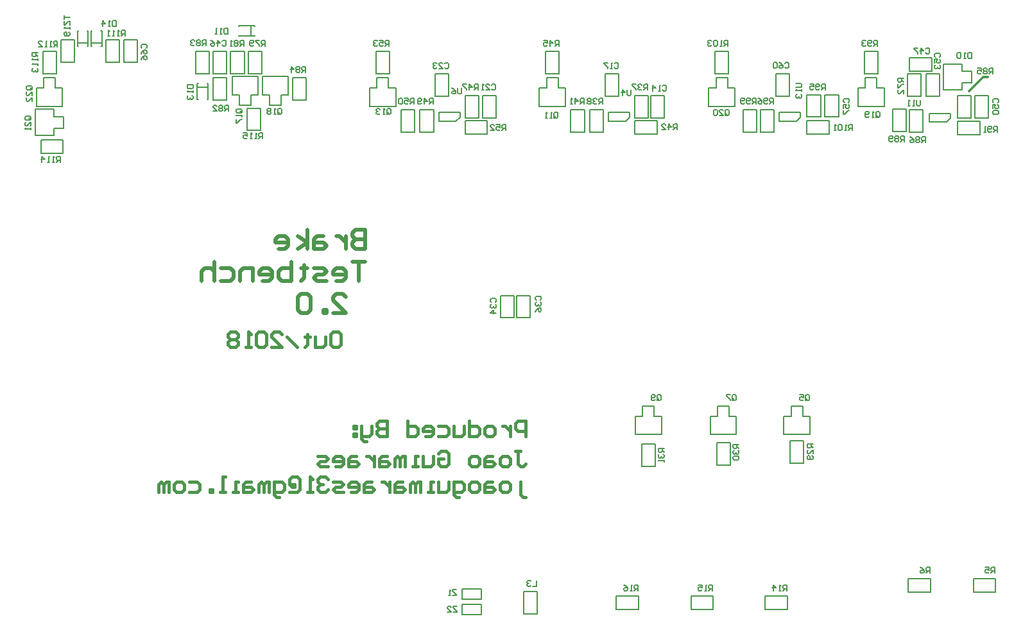
<source format=gbo>
G04 Layer_Color=32896*
%FSLAX44Y44*%
%MOMM*%
G71*
G01*
G75*
%ADD10C,0.3810*%
%ADD35C,0.3048*%
%ADD40C,0.5080*%
%ADD62C,0.1524*%
%ADD67C,0.1500*%
D10*
X413033Y456123D02*
X419804D01*
X423190Y452738D01*
Y439196D01*
X419804Y435810D01*
X413033D01*
X409648Y439196D01*
Y452738D01*
X413033Y456123D01*
X402877Y449352D02*
Y439196D01*
X399491Y435810D01*
X389334D01*
Y449352D01*
X379178Y452738D02*
Y449352D01*
X382563D01*
X375792D01*
X379178D01*
Y439196D01*
X375792Y435810D01*
X365635D02*
X352093Y449352D01*
X331780Y435810D02*
X345322D01*
X331780Y449352D01*
Y452738D01*
X335165Y456123D01*
X341936D01*
X345322Y452738D01*
X325009D02*
X321623Y456123D01*
X314852D01*
X311466Y452738D01*
Y439196D01*
X314852Y435810D01*
X321623D01*
X325009Y439196D01*
Y452738D01*
X304695Y435810D02*
X297924D01*
X301310D01*
Y456123D01*
X304695Y452738D01*
X287767D02*
X284382Y456123D01*
X277610D01*
X274225Y452738D01*
Y449352D01*
X277610Y445967D01*
X274225Y442581D01*
Y439196D01*
X277610Y435810D01*
X284382D01*
X287767Y439196D01*
Y442581D01*
X284382Y445967D01*
X287767Y449352D01*
Y452738D01*
X284382Y445967D02*
X277610D01*
X667190Y318143D02*
Y338456D01*
X657033D01*
X653648Y335070D01*
Y328299D01*
X657033Y324914D01*
X667190D01*
X646877Y331685D02*
Y318143D01*
Y324914D01*
X643491Y328299D01*
X640106Y331685D01*
X636720D01*
X623178Y318143D02*
X616406D01*
X613021Y321528D01*
Y328299D01*
X616406Y331685D01*
X623178D01*
X626563Y328299D01*
Y321528D01*
X623178Y318143D01*
X592707Y338456D02*
Y318143D01*
X602864D01*
X606250Y321528D01*
Y328299D01*
X602864Y331685D01*
X592707D01*
X585936D02*
Y321528D01*
X582551Y318143D01*
X572394D01*
Y331685D01*
X552081D02*
X562237D01*
X565623Y328299D01*
Y321528D01*
X562237Y318143D01*
X552081D01*
X535153D02*
X541924D01*
X545309Y321528D01*
Y328299D01*
X541924Y331685D01*
X535153D01*
X531767Y328299D01*
Y324914D01*
X545309D01*
X511454Y338456D02*
Y318143D01*
X521610D01*
X524996Y321528D01*
Y328299D01*
X521610Y331685D01*
X511454D01*
X484369Y338456D02*
Y318143D01*
X474212D01*
X470827Y321528D01*
Y324914D01*
X474212Y328299D01*
X484369D01*
X474212D01*
X470827Y331685D01*
Y335070D01*
X474212Y338456D01*
X484369D01*
X464056Y331685D02*
Y321528D01*
X460670Y318143D01*
X450513D01*
Y314757D01*
X453899Y311371D01*
X457285D01*
X450513Y318143D02*
Y331685D01*
X443742D02*
X440357D01*
Y328299D01*
X443742D01*
Y331685D01*
Y321528D02*
X440357D01*
Y318143D01*
X443742D01*
Y321528D01*
X653648Y298165D02*
X660419D01*
X657033D01*
Y281237D01*
X660419Y277851D01*
X663804D01*
X667190Y281237D01*
X643491Y277851D02*
X636720D01*
X633334Y281237D01*
Y288008D01*
X636720Y291394D01*
X643491D01*
X646877Y288008D01*
Y281237D01*
X643491Y277851D01*
X623178Y291394D02*
X616406D01*
X613021Y288008D01*
Y277851D01*
X623178D01*
X626563Y281237D01*
X623178Y284622D01*
X613021D01*
X602864Y277851D02*
X596093D01*
X592707Y281237D01*
Y288008D01*
X596093Y291394D01*
X602864D01*
X606250Y288008D01*
Y281237D01*
X602864Y277851D01*
X552081Y294779D02*
X555466Y298165D01*
X562237D01*
X565623Y294779D01*
Y281237D01*
X562237Y277851D01*
X555466D01*
X552081Y281237D01*
Y288008D01*
X558852D01*
X545309Y291394D02*
Y281237D01*
X541924Y277851D01*
X531767D01*
Y291394D01*
X524996Y277851D02*
X518225D01*
X521610D01*
Y291394D01*
X524996D01*
X508068Y277851D02*
Y291394D01*
X504683D01*
X501297Y288008D01*
Y277851D01*
Y288008D01*
X497911Y291394D01*
X494526Y288008D01*
Y277851D01*
X484369Y291394D02*
X477598D01*
X474212Y288008D01*
Y277851D01*
X484369D01*
X487755Y281237D01*
X484369Y284622D01*
X474212D01*
X467441Y291394D02*
Y277851D01*
Y284622D01*
X464056Y288008D01*
X460670Y291394D01*
X457285D01*
X443742D02*
X436971D01*
X433586Y288008D01*
Y277851D01*
X443742D01*
X447128Y281237D01*
X443742Y284622D01*
X433586D01*
X416658Y277851D02*
X423429D01*
X426814Y281237D01*
Y288008D01*
X423429Y291394D01*
X416658D01*
X413272Y288008D01*
Y284622D01*
X426814D01*
X406501Y277851D02*
X396344D01*
X392959Y281237D01*
X396344Y284622D01*
X403116D01*
X406501Y288008D01*
X403116Y291394D01*
X392959D01*
X667190Y237560D02*
X663804D01*
X660419Y240946D01*
Y257873D01*
X643491Y244331D02*
X636720D01*
X633334Y247717D01*
Y254488D01*
X636720Y257873D01*
X643491D01*
X646877Y254488D01*
Y247717D01*
X643491Y244331D01*
X623178Y257873D02*
X616406D01*
X613021Y254488D01*
Y244331D01*
X623178D01*
X626563Y247717D01*
X623178Y251102D01*
X613021D01*
X602864Y244331D02*
X596093D01*
X592707Y247717D01*
Y254488D01*
X596093Y257873D01*
X602864D01*
X606250Y254488D01*
Y247717D01*
X602864Y244331D01*
X579165Y237560D02*
X575780D01*
X572394Y240946D01*
Y257873D01*
X582551D01*
X585936Y254488D01*
Y247717D01*
X582551Y244331D01*
X572394D01*
X565623Y257873D02*
Y247717D01*
X562237Y244331D01*
X552081D01*
Y257873D01*
X545309Y244331D02*
X538538D01*
X541924D01*
Y257873D01*
X545309D01*
X528382Y244331D02*
Y257873D01*
X524996D01*
X521610Y254488D01*
Y244331D01*
Y254488D01*
X518225Y257873D01*
X514839Y254488D01*
Y244331D01*
X504683Y257873D02*
X497911D01*
X494526Y254488D01*
Y244331D01*
X504683D01*
X508068Y247717D01*
X504683Y251102D01*
X494526D01*
X487755Y257873D02*
Y244331D01*
Y251102D01*
X484369Y254488D01*
X480984Y257873D01*
X477598D01*
X464056D02*
X457285D01*
X453899Y254488D01*
Y244331D01*
X464056D01*
X467441Y247717D01*
X464056Y251102D01*
X453899D01*
X436971Y244331D02*
X443742D01*
X447128Y247717D01*
Y254488D01*
X443742Y257873D01*
X436971D01*
X433586Y254488D01*
Y251102D01*
X447128D01*
X426814Y244331D02*
X416658D01*
X413272Y247717D01*
X416658Y251102D01*
X423429D01*
X426814Y254488D01*
X423429Y257873D01*
X413272D01*
X406501Y261259D02*
X403116Y264645D01*
X396344D01*
X392959Y261259D01*
Y257873D01*
X396344Y254488D01*
X399730D01*
X396344D01*
X392959Y251102D01*
Y247717D01*
X396344Y244331D01*
X403116D01*
X406501Y247717D01*
X386188Y244331D02*
X379417D01*
X382802D01*
Y264645D01*
X386188Y261259D01*
X359103Y251102D02*
Y254488D01*
X362489D01*
Y251102D01*
X359103D01*
X355718Y254488D01*
Y261259D01*
X359103Y264645D01*
X365874D01*
X369260Y261259D01*
Y247717D01*
X365874Y244331D01*
X355718D01*
X342175Y237560D02*
X338790D01*
X335404Y240946D01*
Y257873D01*
X345561D01*
X348946Y254488D01*
Y247717D01*
X345561Y244331D01*
X335404D01*
X328633D02*
Y257873D01*
X325247D01*
X321862Y254488D01*
Y244331D01*
Y254488D01*
X318476Y257873D01*
X315091Y254488D01*
Y244331D01*
X304934Y257873D02*
X298163D01*
X294777Y254488D01*
Y244331D01*
X304934D01*
X308320Y247717D01*
X304934Y251102D01*
X294777D01*
X288006Y244331D02*
X281235D01*
X284621D01*
Y257873D01*
X288006D01*
X271078Y244331D02*
X264307D01*
X267693D01*
Y264645D01*
X271078D01*
X254150Y244331D02*
Y247717D01*
X250765D01*
Y244331D01*
X254150D01*
X223680Y257873D02*
X233837D01*
X237223Y254488D01*
Y247717D01*
X233837Y244331D01*
X223680D01*
X213524D02*
X206752D01*
X203367Y247717D01*
Y254488D01*
X206752Y257873D01*
X213524D01*
X216909Y254488D01*
Y247717D01*
X213524Y244331D01*
X196596D02*
Y257873D01*
X193210D01*
X189825Y254488D01*
Y244331D01*
Y254488D01*
X186439Y257873D01*
X183053Y254488D01*
Y244331D01*
D35*
X1252000Y773500D02*
X1270750Y792250D01*
X1276750D01*
D40*
X455170Y591046D02*
Y565654D01*
X442474D01*
X438242Y569886D01*
Y574118D01*
X442474Y578350D01*
X455170D01*
X442474D01*
X438242Y582582D01*
Y586814D01*
X442474Y591046D01*
X455170D01*
X429778Y582582D02*
Y565654D01*
Y574118D01*
X425546Y578350D01*
X421314Y582582D01*
X417082D01*
X400154D02*
X391690D01*
X387458Y578350D01*
Y565654D01*
X400154D01*
X404386Y569886D01*
X400154Y574118D01*
X387458D01*
X378995Y565654D02*
Y591046D01*
Y574118D02*
X366299Y582582D01*
X378995Y574118D02*
X366299Y565654D01*
X340907D02*
X349371D01*
X353603Y569886D01*
Y578350D01*
X349371Y582582D01*
X340907D01*
X336675Y578350D01*
Y574118D01*
X353603D01*
X455170Y548384D02*
X438242D01*
X446706D01*
Y522992D01*
X417082D02*
X425546D01*
X429778Y527224D01*
Y535688D01*
X425546Y539920D01*
X417082D01*
X412850Y535688D01*
Y531456D01*
X429778D01*
X404386Y522992D02*
X391690D01*
X387458Y527224D01*
X391690Y531456D01*
X400154D01*
X404386Y535688D01*
X400154Y539920D01*
X387458D01*
X374763Y544152D02*
Y539920D01*
X378995D01*
X370531D01*
X374763D01*
Y527224D01*
X370531Y522992D01*
X357835Y548384D02*
Y522992D01*
X345139D01*
X340907Y527224D01*
Y531456D01*
Y535688D01*
X345139Y539920D01*
X357835D01*
X319747Y522992D02*
X328211D01*
X332443Y527224D01*
Y535688D01*
X328211Y539920D01*
X319747D01*
X315515Y535688D01*
Y531456D01*
X332443D01*
X307051Y522992D02*
Y539920D01*
X294355D01*
X290123Y535688D01*
Y522992D01*
X264732Y539920D02*
X277427D01*
X281659Y535688D01*
Y527224D01*
X277427Y522992D01*
X264732D01*
X256268Y548384D02*
Y522992D01*
Y535688D01*
X252036Y539920D01*
X243572D01*
X239340Y535688D01*
Y522992D01*
X412850Y480330D02*
X429778D01*
X412850Y497258D01*
Y501490D01*
X417082Y505722D01*
X425546D01*
X429778Y501490D01*
X404386Y480330D02*
Y484562D01*
X400154D01*
Y480330D01*
X404386D01*
X383227Y501490D02*
X378995Y505722D01*
X370531D01*
X366299Y501490D01*
Y484562D01*
X370531Y480330D01*
X378995D01*
X383227Y484562D01*
Y501490D01*
D62*
X309500Y858984D02*
X309500Y860000D01*
Y846000D02*
Y847016D01*
X304850Y846000D02*
Y860000D01*
X288500Y846000D02*
Y846944D01*
Y860000D02*
X309500D01*
X288500Y859056D02*
Y860000D01*
Y846000D02*
X309500D01*
X27591Y691050D02*
X57031D01*
Y708950D01*
X27591D02*
X57031D01*
X27591Y691050D02*
Y708950D01*
X20204Y714888D02*
X44588D01*
Y724540D01*
X57796D01*
Y739780D01*
X44588D02*
X57796D01*
X44588D02*
Y749432D01*
X20204D02*
X44588D01*
X20204Y714888D02*
Y749432D01*
X56272Y753393D02*
Y777777D01*
X46620D02*
X56272D01*
X46620D02*
Y790985D01*
X31380D02*
X46620D01*
X31380Y777777D02*
Y790985D01*
X21728Y777777D02*
X31380D01*
X21728Y753393D02*
Y777777D01*
Y753393D02*
X56272D01*
X30050Y796280D02*
Y825720D01*
Y796280D02*
X47950D01*
Y825720D01*
X30050D02*
X47950D01*
X71950Y811780D02*
Y841220D01*
X54050D02*
X71950D01*
X54050Y811780D02*
Y841220D01*
Y811780D02*
X71950D01*
X106984Y832500D02*
X108000Y832500D01*
X94000D02*
X95016D01*
X94000Y853500D02*
X94944D01*
X107056D02*
X108000D01*
X94000Y837150D02*
X108000D01*
Y832500D02*
Y853500D01*
X94000Y832500D02*
Y853500D01*
X130950Y811780D02*
Y841220D01*
X113050D02*
X130950D01*
X113050Y811780D02*
Y841220D01*
Y811780D02*
X130950D01*
X137050D02*
Y841220D01*
Y811780D02*
X154950D01*
Y841220D01*
X137050D02*
X154950D01*
X234000Y783360D02*
X235016Y783360D01*
X246984Y783360D02*
X248000D01*
X247056Y762360D02*
X248000D01*
X234000D02*
X234944D01*
X234000Y778710D02*
X248000D01*
X234000Y762360D02*
Y783360D01*
X248000Y762360D02*
Y783360D01*
X272950Y761640D02*
Y791080D01*
X255050D02*
X272950D01*
X255050Y761640D02*
Y791080D01*
Y761640D02*
X272950D01*
X232050Y796280D02*
Y825720D01*
Y796280D02*
X249950D01*
Y825720D01*
X232050D02*
X249950D01*
X318950Y796280D02*
Y825720D01*
X301050D02*
X318950D01*
X301050Y796280D02*
Y825720D01*
Y796280D02*
X318950D01*
X319728Y768223D02*
Y792607D01*
Y768223D02*
X329380D01*
Y755015D02*
Y768223D01*
Y755015D02*
X344620D01*
Y768223D01*
X354272D01*
Y792607D01*
X319728D02*
X354272D01*
X279888Y768223D02*
Y792607D01*
Y768223D02*
X289540D01*
Y755015D02*
Y768223D01*
Y755015D02*
X304780D01*
Y768223D01*
X314432D01*
Y792607D01*
X279888D02*
X314432D01*
X495822Y753393D02*
Y777777D01*
X486170D02*
X495822D01*
X486170D02*
Y790985D01*
X470930D02*
X486170D01*
X470930Y777777D02*
Y790985D01*
X461278Y777777D02*
X470930D01*
X461278Y753393D02*
Y777777D01*
Y753393D02*
X495822D01*
X587280Y717050D02*
X616720D01*
Y734950D01*
X587280D02*
X616720D01*
X587280Y717050D02*
Y734950D01*
X719822Y753393D02*
Y777777D01*
X710170D02*
X719822D01*
X710170D02*
Y790985D01*
X694930D02*
X710170D01*
X694930Y777777D02*
Y790985D01*
X685278Y777777D02*
X694930D01*
X685278Y753393D02*
Y777777D01*
Y753393D02*
X719822D01*
X811030Y717050D02*
X840470D01*
Y734950D01*
X811030D02*
X840470D01*
X811030Y717050D02*
Y734950D01*
X849950Y738280D02*
Y767720D01*
X832050D02*
X849950D01*
X832050Y738280D02*
Y767720D01*
Y738280D02*
X849950D01*
X943272Y753393D02*
Y777777D01*
X933620D02*
X943272D01*
X933620D02*
Y790985D01*
X918380D02*
X933620D01*
X918380Y777777D02*
Y790985D01*
X908728Y777777D02*
X918380D01*
X908728Y753393D02*
Y777777D01*
Y753393D02*
X943272D01*
X1038300Y739280D02*
Y768720D01*
Y739280D02*
X1056200D01*
Y768720D01*
X1038300D02*
X1056200D01*
X1038280Y717050D02*
X1067720D01*
Y734950D01*
X1038280D02*
X1067720D01*
X1038280Y717050D02*
Y734950D01*
X1079950Y739280D02*
Y768720D01*
X1062050D02*
X1079950D01*
X1062050Y739280D02*
Y768720D01*
Y739280D02*
X1079950D01*
X1140272Y753393D02*
Y777777D01*
X1130620D02*
X1140272D01*
X1130620D02*
Y790985D01*
X1115380D02*
X1130620D01*
X1115380Y777777D02*
Y790985D01*
X1105728Y777777D02*
X1115380D01*
X1105728Y753393D02*
Y777777D01*
Y753393D02*
X1140272D01*
X1277950Y737780D02*
Y767220D01*
X1260050D02*
X1277950D01*
X1260050Y737780D02*
Y767220D01*
Y737780D02*
X1277950D01*
X1237050D02*
Y767220D01*
Y737780D02*
X1254950D01*
Y767220D01*
X1237050D02*
X1254950D01*
X1173280Y800050D02*
X1202720D01*
Y817950D01*
X1173280D02*
X1202720D01*
X1173280Y800050D02*
Y817950D01*
X1195050Y766780D02*
Y796220D01*
Y766780D02*
X1212950D01*
Y796220D01*
X1195050D02*
X1212950D01*
X1188950Y766780D02*
Y796220D01*
X1171050D02*
X1188950D01*
X1171050Y766780D02*
Y796220D01*
Y766780D02*
X1188950D01*
X1151050Y720280D02*
Y749720D01*
Y720280D02*
X1168950D01*
Y749720D01*
X1151050D02*
X1168950D01*
X1173050Y719780D02*
Y749220D01*
Y719780D02*
X1190950D01*
Y749220D01*
X1173050D02*
X1190950D01*
X1237030Y716018D02*
X1266470D01*
Y733918D01*
X1237030D02*
X1266470D01*
X1237030Y716018D02*
Y733918D01*
X608870Y102920D02*
Y116120D01*
X583130D02*
X608870D01*
X583130Y102920D02*
Y116120D01*
Y102920D02*
X608870D01*
X608870Y82920D02*
Y96120D01*
X583130D02*
X608870D01*
X583130Y82920D02*
Y96120D01*
Y82920D02*
X608870D01*
X634050Y474280D02*
Y503720D01*
Y474280D02*
X651950D01*
Y503720D01*
X634050D02*
X651950D01*
X672950Y474280D02*
Y503720D01*
X655050D02*
X672950D01*
X655050Y474280D02*
Y503720D01*
Y474280D02*
X672950D01*
X837950Y278280D02*
Y307720D01*
X820050D02*
X837950D01*
X820050Y278280D02*
Y307720D01*
Y278280D02*
X837950D01*
X1033950Y282280D02*
Y311720D01*
X1016050D02*
X1033950D01*
X1016050Y282280D02*
Y311720D01*
Y282280D02*
X1033950D01*
X936950Y280280D02*
Y309720D01*
X919050D02*
X936950D01*
X919050Y280280D02*
Y309720D01*
Y280280D02*
X936950D01*
X1171780Y112050D02*
X1201220D01*
Y129950D01*
X1171780D02*
X1201220D01*
X1171780Y112050D02*
Y129950D01*
X1257780Y112050D02*
X1287220D01*
Y129950D01*
X1257780D02*
X1287220D01*
X1257780Y112050D02*
Y129950D01*
X664550Y83300D02*
Y112740D01*
Y83300D02*
X682450D01*
Y112740D01*
X664550D02*
X682450D01*
X954050Y719780D02*
Y749220D01*
Y719780D02*
X971950D01*
Y749220D01*
X954050D02*
X971950D01*
X917050Y796280D02*
Y825720D01*
Y796280D02*
X934950D01*
Y825720D01*
X917050D02*
X934950D01*
X997050Y766780D02*
Y796220D01*
Y766780D02*
X1014950D01*
Y796220D01*
X997050D02*
X1014950D01*
X977050Y719780D02*
Y749220D01*
Y719780D02*
X994950D01*
Y749220D01*
X977050D02*
X994950D01*
X1114050Y796280D02*
Y825720D01*
Y796280D02*
X1131950D01*
Y825720D01*
X1114050D02*
X1131950D01*
X360050Y761640D02*
Y791080D01*
Y761640D02*
X377950D01*
Y791080D01*
X360050D02*
X377950D01*
X255050Y796280D02*
Y825720D01*
Y796280D02*
X272950D01*
Y825720D01*
X255050D02*
X272950D01*
X295950Y796280D02*
Y825720D01*
X278050D02*
X295950D01*
X278050Y796280D02*
Y825720D01*
Y796280D02*
X295950D01*
X726780Y719780D02*
Y749220D01*
Y719780D02*
X744680D01*
Y749220D01*
X726780D02*
X744680D01*
X527865Y719780D02*
Y749220D01*
Y719780D02*
X545765D01*
Y749220D01*
X527865D02*
X545765D01*
X693600Y796280D02*
Y825720D01*
Y796280D02*
X711500D01*
Y825720D01*
X693600D02*
X711500D01*
X751865Y719780D02*
Y749220D01*
Y719780D02*
X769765D01*
Y749220D01*
X751865D02*
X769765D01*
X811050Y738280D02*
Y767720D01*
Y738280D02*
X828950D01*
Y767720D01*
X811050D02*
X828950D01*
X469600Y796280D02*
Y825720D01*
Y796280D02*
X487500D01*
Y825720D01*
X469600D02*
X487500D01*
X502780Y719780D02*
Y749220D01*
Y719780D02*
X520680D01*
Y749220D01*
X502780D02*
X520680D01*
X627950Y738280D02*
Y767720D01*
X610050D02*
X627950D01*
X610050Y738280D02*
Y767720D01*
Y738280D02*
X627950D01*
X772050Y766780D02*
Y796220D01*
Y766780D02*
X789950D01*
Y796220D01*
X772050D02*
X789950D01*
X548050Y766780D02*
Y796220D01*
Y766780D02*
X565950D01*
Y796220D01*
X548050D02*
X565950D01*
X587300Y738280D02*
Y767720D01*
Y738280D02*
X605200D01*
Y767720D01*
X587300D02*
X605200D01*
X1218253Y774888D02*
X1242637D01*
Y784540D01*
X1255845D01*
Y799780D01*
X1242637D02*
X1255845D01*
X1242637D02*
Y809432D01*
X1218253D02*
X1242637D01*
X1218253Y774888D02*
Y809432D01*
X786780Y106950D02*
X816220D01*
X786780Y89050D02*
Y106950D01*
Y89050D02*
X816220D01*
Y106950D01*
X885280D02*
X914720D01*
X885280Y89050D02*
Y106950D01*
Y89050D02*
X914720D01*
Y106950D01*
X982780D02*
X1012220D01*
X982780Y89050D02*
Y106950D01*
Y89050D02*
X1012220D01*
Y106950D01*
X1042272Y320253D02*
Y344637D01*
X1032620D02*
X1042272D01*
X1032620D02*
Y357845D01*
X1017380D02*
X1032620D01*
X1017380Y344637D02*
Y357845D01*
X1007728Y344637D02*
X1017380D01*
X1007728Y320253D02*
Y344637D01*
Y320253D02*
X1042272D01*
X846272D02*
Y344637D01*
X836620D02*
X846272D01*
X836620D02*
Y357845D01*
X821380D02*
X836620D01*
X821380Y344637D02*
Y357845D01*
X811728Y344637D02*
X821380D01*
X811728Y320253D02*
Y344637D01*
Y320253D02*
X846272D01*
X945272D02*
Y344637D01*
X935620D02*
X945272D01*
X935620D02*
Y357845D01*
X920380D02*
X935620D01*
X920380Y344637D02*
Y357845D01*
X910728Y344637D02*
X920380D01*
X910728Y320253D02*
Y344637D01*
Y320253D02*
X945272D01*
X76000Y832500D02*
Y853500D01*
X90000Y832500D02*
Y853500D01*
X76000Y837150D02*
X90000D01*
X89056Y853500D02*
X90000D01*
X76000D02*
X76944D01*
X76000Y832500D02*
X77016D01*
X88984Y832500D02*
X90000Y832500D01*
X317200Y721530D02*
Y750970D01*
X299300D02*
X317200D01*
X299300Y721530D02*
Y750970D01*
Y721530D02*
X317200D01*
X576250Y93387D02*
X571172D01*
Y92118D01*
X576250Y87040D01*
Y85770D01*
X571172D01*
X563554D02*
X568633D01*
X563554Y90848D01*
Y92118D01*
X564824Y93387D01*
X567363D01*
X568633Y92118D01*
X575750Y115638D02*
X570672D01*
Y114368D01*
X575750Y109290D01*
Y108020D01*
X570672D01*
X568133D02*
X565593D01*
X566863D01*
Y115638D01*
X568133Y114368D01*
X1023633Y783500D02*
X1029980D01*
X1031250Y782230D01*
Y779691D01*
X1029980Y778422D01*
X1023633D01*
X1031250Y775882D02*
Y773343D01*
Y774613D01*
X1023633D01*
X1024902Y775882D01*
Y769535D02*
X1023633Y768265D01*
Y765726D01*
X1024902Y764456D01*
X1026172D01*
X1027441Y765726D01*
Y766995D01*
Y765726D01*
X1028711Y764456D01*
X1029980D01*
X1031250Y765726D01*
Y768265D01*
X1029980Y769535D01*
X1188000Y762117D02*
Y755770D01*
X1186730Y754500D01*
X1184191D01*
X1182922Y755770D01*
Y762117D01*
X1180383Y754500D02*
X1177843D01*
X1179113D01*
Y762117D01*
X1180383Y760848D01*
X1174035Y754500D02*
X1171495D01*
X1172765D01*
Y762117D01*
X1174035Y760848D01*
X582500Y777617D02*
Y771270D01*
X581230Y770000D01*
X578691D01*
X577422Y771270D01*
Y777617D01*
X569804D02*
X572343Y776348D01*
X574883Y773809D01*
Y771270D01*
X573613Y770000D01*
X571074D01*
X569804Y771270D01*
Y772539D01*
X571074Y773809D01*
X574883D01*
X806250Y775368D02*
Y769020D01*
X804980Y767750D01*
X802441D01*
X801172Y769020D01*
Y775368D01*
X794824Y767750D02*
Y775368D01*
X798633Y771559D01*
X793554D01*
X53250Y679750D02*
Y687367D01*
X49441D01*
X48172Y686098D01*
Y683559D01*
X49441Y682289D01*
X53250D01*
X50711D02*
X48172Y679750D01*
X45633D02*
X43093D01*
X44363D01*
Y687367D01*
X45633Y686098D01*
X39285Y679750D02*
X36745D01*
X38015D01*
Y687367D01*
X39285Y686098D01*
X29128Y679750D02*
Y687367D01*
X32937Y683559D01*
X27858D01*
X24000Y824000D02*
X16382D01*
Y820191D01*
X17652Y818922D01*
X20191D01*
X21461Y820191D01*
Y824000D01*
Y821461D02*
X24000Y818922D01*
Y816383D02*
Y813843D01*
Y815113D01*
X16382D01*
X17652Y816383D01*
X24000Y810034D02*
Y807495D01*
Y808765D01*
X16382D01*
X17652Y810034D01*
Y803687D02*
X16382Y802417D01*
Y799878D01*
X17652Y798608D01*
X18922D01*
X20191Y799878D01*
Y801147D01*
Y799878D01*
X21461Y798608D01*
X22730D01*
X24000Y799878D01*
Y802417D01*
X22730Y803687D01*
X49500Y832000D02*
Y839617D01*
X45691D01*
X44422Y838348D01*
Y835809D01*
X45691Y834539D01*
X49500D01*
X46961D02*
X44422Y832000D01*
X41883D02*
X39343D01*
X40613D01*
Y839617D01*
X41883Y838348D01*
X35535Y832000D02*
X32995D01*
X34265D01*
Y839617D01*
X35535Y838348D01*
X24108Y832000D02*
X29187D01*
X24108Y837078D01*
Y838348D01*
X25378Y839617D01*
X27917D01*
X29187Y838348D01*
X138500Y846000D02*
Y853617D01*
X134691D01*
X133422Y852348D01*
Y849809D01*
X134691Y848539D01*
X138500D01*
X135961D02*
X133422Y846000D01*
X130883D02*
X128343D01*
X129613D01*
Y853617D01*
X130883Y852348D01*
X124535Y846000D02*
X121995D01*
X123265D01*
Y853617D01*
X124535Y852348D01*
X118187Y846000D02*
X115647D01*
X116917D01*
Y853617D01*
X118187Y852348D01*
X934192Y833080D02*
Y840698D01*
X930383D01*
X929114Y839428D01*
Y836889D01*
X930383Y835619D01*
X934192D01*
X931653D02*
X929114Y833080D01*
X926574D02*
X924035D01*
X925305D01*
Y840698D01*
X926574Y839428D01*
X920227D02*
X918957Y840698D01*
X916418D01*
X915148Y839428D01*
Y834350D01*
X916418Y833080D01*
X918957D01*
X920227Y834350D01*
Y839428D01*
X912609D02*
X911339Y840698D01*
X908800D01*
X907531Y839428D01*
Y838158D01*
X908800Y836889D01*
X910070D01*
X908800D01*
X907531Y835619D01*
Y834350D01*
X908800Y833080D01*
X911339D01*
X912609Y834350D01*
X1098250Y721500D02*
Y729118D01*
X1094441D01*
X1093172Y727848D01*
Y725309D01*
X1094441Y724039D01*
X1098250D01*
X1095711D02*
X1093172Y721500D01*
X1090632D02*
X1088093D01*
X1089363D01*
Y729118D01*
X1090632Y727848D01*
X1084285D02*
X1083015Y729118D01*
X1080476D01*
X1079206Y727848D01*
Y722770D01*
X1080476Y721500D01*
X1083015D01*
X1084285Y722770D01*
Y727848D01*
X1076667Y721500D02*
X1074128D01*
X1075397D01*
Y729118D01*
X1076667Y727848D01*
X971150Y756670D02*
Y764287D01*
X967341D01*
X966072Y763018D01*
Y760479D01*
X967341Y759209D01*
X971150D01*
X968611D02*
X966072Y756670D01*
X963532Y757940D02*
X962263Y756670D01*
X959724D01*
X958454Y757940D01*
Y763018D01*
X959724Y764287D01*
X962263D01*
X963532Y763018D01*
Y761748D01*
X962263Y760479D01*
X958454D01*
X955915Y757940D02*
X954645Y756670D01*
X952106D01*
X950837Y757940D01*
Y763018D01*
X952106Y764287D01*
X954645D01*
X955915Y763018D01*
Y761748D01*
X954645Y760479D01*
X950837D01*
X994284Y756670D02*
Y764287D01*
X990475D01*
X989206Y763018D01*
Y760479D01*
X990475Y759209D01*
X994284D01*
X991745D02*
X989206Y756670D01*
X986666Y757940D02*
X985397Y756670D01*
X982858D01*
X981588Y757940D01*
Y763018D01*
X982858Y764287D01*
X985397D01*
X986666Y763018D01*
Y761748D01*
X985397Y760479D01*
X981588D01*
X973971Y764287D02*
X976510Y763018D01*
X979049Y760479D01*
Y757940D01*
X977779Y756670D01*
X975240D01*
X973971Y757940D01*
Y759209D01*
X975240Y760479D01*
X979049D01*
X1062250Y775250D02*
Y782868D01*
X1058441D01*
X1057172Y781598D01*
Y779059D01*
X1058441Y777789D01*
X1062250D01*
X1059711D02*
X1057172Y775250D01*
X1054632Y776520D02*
X1053363Y775250D01*
X1050824D01*
X1049554Y776520D01*
Y781598D01*
X1050824Y782868D01*
X1053363D01*
X1054632Y781598D01*
Y780328D01*
X1053363Y779059D01*
X1049554D01*
X1041937Y782868D02*
X1047015D01*
Y779059D01*
X1044476Y780328D01*
X1043206D01*
X1041937Y779059D01*
Y776520D01*
X1043206Y775250D01*
X1045745D01*
X1047015Y776520D01*
X1131222Y833000D02*
Y840618D01*
X1127413D01*
X1126144Y839348D01*
Y836809D01*
X1127413Y835539D01*
X1131222D01*
X1128683D02*
X1126144Y833000D01*
X1123605Y834270D02*
X1122335Y833000D01*
X1119796D01*
X1118526Y834270D01*
Y839348D01*
X1119796Y840618D01*
X1122335D01*
X1123605Y839348D01*
Y838078D01*
X1122335Y836809D01*
X1118526D01*
X1115987Y839348D02*
X1114717Y840618D01*
X1112178D01*
X1110909Y839348D01*
Y838078D01*
X1112178Y836809D01*
X1113448D01*
X1112178D01*
X1110909Y835539D01*
Y834270D01*
X1112178Y833000D01*
X1114717D01*
X1115987Y834270D01*
X1289500Y719750D02*
Y727367D01*
X1285691D01*
X1284422Y726098D01*
Y723559D01*
X1285691Y722289D01*
X1289500D01*
X1286961D02*
X1284422Y719750D01*
X1281882Y721020D02*
X1280613Y719750D01*
X1278074D01*
X1276804Y721020D01*
Y726098D01*
X1278074Y727367D01*
X1280613D01*
X1281882Y726098D01*
Y724828D01*
X1280613Y723559D01*
X1276804D01*
X1274265Y719750D02*
X1271726D01*
X1272995D01*
Y727367D01*
X1274265Y726098D01*
X1166750Y707000D02*
Y714617D01*
X1162941D01*
X1161672Y713348D01*
Y710809D01*
X1162941Y709539D01*
X1166750D01*
X1164211D02*
X1161672Y707000D01*
X1159133Y713348D02*
X1157863Y714617D01*
X1155324D01*
X1154054Y713348D01*
Y712078D01*
X1155324Y710809D01*
X1154054Y709539D01*
Y708270D01*
X1155324Y707000D01*
X1157863D01*
X1159133Y708270D01*
Y709539D01*
X1157863Y710809D01*
X1159133Y712078D01*
Y713348D01*
X1157863Y710809D02*
X1155324D01*
X1151515Y708270D02*
X1150245Y707000D01*
X1147706D01*
X1146437Y708270D01*
Y713348D01*
X1147706Y714617D01*
X1150245D01*
X1151515Y713348D01*
Y712078D01*
X1150245Y710809D01*
X1146437D01*
X1194500Y705750D02*
Y713367D01*
X1190691D01*
X1189422Y712098D01*
Y709559D01*
X1190691Y708289D01*
X1194500D01*
X1191961D02*
X1189422Y705750D01*
X1186882Y712098D02*
X1185613Y713367D01*
X1183074D01*
X1181804Y712098D01*
Y710828D01*
X1183074Y709559D01*
X1181804Y708289D01*
Y707020D01*
X1183074Y705750D01*
X1185613D01*
X1186882Y707020D01*
Y708289D01*
X1185613Y709559D01*
X1186882Y710828D01*
Y712098D01*
X1185613Y709559D02*
X1183074D01*
X1174187Y713367D02*
X1176726Y712098D01*
X1179265Y709559D01*
Y707020D01*
X1177995Y705750D01*
X1175456D01*
X1174187Y707020D01*
Y708289D01*
X1175456Y709559D01*
X1179265D01*
X1283750Y796000D02*
Y803617D01*
X1279941D01*
X1278672Y802348D01*
Y799809D01*
X1279941Y798539D01*
X1283750D01*
X1281211D02*
X1278672Y796000D01*
X1276133Y802348D02*
X1274863Y803617D01*
X1272324D01*
X1271054Y802348D01*
Y801078D01*
X1272324Y799809D01*
X1271054Y798539D01*
Y797270D01*
X1272324Y796000D01*
X1274863D01*
X1276133Y797270D01*
Y798539D01*
X1274863Y799809D01*
X1276133Y801078D01*
Y802348D01*
X1274863Y799809D02*
X1272324D01*
X1263437Y803617D02*
X1268515D01*
Y799809D01*
X1265976Y801078D01*
X1264706D01*
X1263437Y799809D01*
Y797270D01*
X1264706Y796000D01*
X1267245D01*
X1268515Y797270D01*
X377134Y798530D02*
Y806148D01*
X373325D01*
X372056Y804878D01*
Y802339D01*
X373325Y801069D01*
X377134D01*
X374595D02*
X372056Y798530D01*
X369516Y804878D02*
X368247Y806148D01*
X365708D01*
X364438Y804878D01*
Y803608D01*
X365708Y802339D01*
X364438Y801069D01*
Y799800D01*
X365708Y798530D01*
X368247D01*
X369516Y799800D01*
Y801069D01*
X368247Y802339D01*
X369516Y803608D01*
Y804878D01*
X368247Y802339D02*
X365708D01*
X358090Y798530D02*
Y806148D01*
X361899Y802339D01*
X356821D01*
X245750Y833500D02*
Y841117D01*
X241941D01*
X240672Y839848D01*
Y837309D01*
X241941Y836039D01*
X245750D01*
X243211D02*
X240672Y833500D01*
X238132Y839848D02*
X236863Y841117D01*
X234324D01*
X233054Y839848D01*
Y838578D01*
X234324Y837309D01*
X233054Y836039D01*
Y834770D01*
X234324Y833500D01*
X236863D01*
X238132Y834770D01*
Y836039D01*
X236863Y837309D01*
X238132Y838578D01*
Y839848D01*
X236863Y837309D02*
X234324D01*
X230515Y839848D02*
X229245Y841117D01*
X226706D01*
X225437Y839848D01*
Y838578D01*
X226706Y837309D01*
X227976D01*
X226706D01*
X225437Y836039D01*
Y834770D01*
X226706Y833500D01*
X229245D01*
X230515Y834770D01*
X275000Y747250D02*
Y754867D01*
X271191D01*
X269922Y753598D01*
Y751059D01*
X271191Y749789D01*
X275000D01*
X272461D02*
X269922Y747250D01*
X267383Y753598D02*
X266113Y754867D01*
X263574D01*
X262304Y753598D01*
Y752328D01*
X263574Y751059D01*
X262304Y749789D01*
Y748520D01*
X263574Y747250D01*
X266113D01*
X267383Y748520D01*
Y749789D01*
X266113Y751059D01*
X267383Y752328D01*
Y753598D01*
X266113Y751059D02*
X263574D01*
X254687Y747250D02*
X259765D01*
X254687Y752328D01*
Y753598D01*
X255956Y754867D01*
X258495D01*
X259765Y753598D01*
X295072Y833048D02*
Y840666D01*
X291263D01*
X289994Y839396D01*
Y836857D01*
X291263Y835587D01*
X295072D01*
X292533D02*
X289994Y833048D01*
X287454Y839396D02*
X286185Y840666D01*
X283646D01*
X282376Y839396D01*
Y838126D01*
X283646Y836857D01*
X282376Y835587D01*
Y834318D01*
X283646Y833048D01*
X286185D01*
X287454Y834318D01*
Y835587D01*
X286185Y836857D01*
X287454Y838126D01*
Y839396D01*
X286185Y836857D02*
X283646D01*
X279837Y833048D02*
X277298D01*
X278567D01*
Y840666D01*
X279837Y839396D01*
X323750Y833000D02*
Y840618D01*
X319941D01*
X318672Y839348D01*
Y836809D01*
X319941Y835539D01*
X323750D01*
X321211D02*
X318672Y833000D01*
X316133Y840618D02*
X311054D01*
Y839348D01*
X316133Y834270D01*
Y833000D01*
X308515Y834270D02*
X307245Y833000D01*
X304706D01*
X303437Y834270D01*
Y839348D01*
X304706Y840618D01*
X307245D01*
X308515Y839348D01*
Y838078D01*
X307245Y836809D01*
X303437D01*
X1165500Y790750D02*
X1157883D01*
Y786941D01*
X1159152Y785672D01*
X1161691D01*
X1162961Y786941D01*
Y790750D01*
Y788211D02*
X1165500Y785672D01*
X1157883Y783132D02*
Y778054D01*
X1159152D01*
X1164230Y783132D01*
X1165500D01*
Y770437D02*
Y775515D01*
X1160422Y770437D01*
X1159152D01*
X1157883Y771706D01*
Y774245D01*
X1159152Y775515D01*
X486824Y833142D02*
Y840760D01*
X483015D01*
X481746Y839490D01*
Y836951D01*
X483015Y835681D01*
X486824D01*
X484285D02*
X481746Y833142D01*
X474128Y840760D02*
X479207D01*
Y836951D01*
X476667Y838220D01*
X475398D01*
X474128Y836951D01*
Y834412D01*
X475398Y833142D01*
X477937D01*
X479207Y834412D01*
X471589Y839490D02*
X470319Y840760D01*
X467780D01*
X466511Y839490D01*
Y838220D01*
X467780Y836951D01*
X469050D01*
X467780D01*
X466511Y835681D01*
Y834412D01*
X467780Y833142D01*
X470319D01*
X471589Y834412D01*
X641000Y721500D02*
Y729118D01*
X637191D01*
X635922Y727848D01*
Y725309D01*
X637191Y724039D01*
X641000D01*
X638461D02*
X635922Y721500D01*
X628304Y729118D02*
X633382D01*
Y725309D01*
X630843Y726578D01*
X629574D01*
X628304Y725309D01*
Y722770D01*
X629574Y721500D01*
X632113D01*
X633382Y722770D01*
X620687Y721500D02*
X625765D01*
X620687Y726578D01*
Y727848D01*
X621956Y729118D01*
X624495D01*
X625765Y727848D01*
X519924Y756598D02*
Y764216D01*
X516115D01*
X514846Y762946D01*
Y760407D01*
X516115Y759137D01*
X519924D01*
X517385D02*
X514846Y756598D01*
X507228Y764216D02*
X512307D01*
Y760407D01*
X509767Y761676D01*
X508498D01*
X507228Y760407D01*
Y757868D01*
X508498Y756598D01*
X511037D01*
X512307Y757868D01*
X504689Y762946D02*
X503419Y764216D01*
X500880D01*
X499611Y762946D01*
Y757868D01*
X500880Y756598D01*
X503419D01*
X504689Y757868D01*
Y762946D01*
X545129Y756598D02*
Y764216D01*
X541320D01*
X540051Y762946D01*
Y760407D01*
X541320Y759137D01*
X545129D01*
X542590D02*
X540051Y756598D01*
X533703D02*
Y764216D01*
X537512Y760407D01*
X532433D01*
X529894Y757868D02*
X528624Y756598D01*
X526085D01*
X524816Y757868D01*
Y762946D01*
X526085Y764216D01*
X528624D01*
X529894Y762946D01*
Y761676D01*
X528624Y760407D01*
X524816D01*
X604416Y775098D02*
Y782716D01*
X600607D01*
X599338Y781446D01*
Y778907D01*
X600607Y777637D01*
X604416D01*
X601877D02*
X599338Y775098D01*
X592990D02*
Y782716D01*
X596799Y778907D01*
X591720D01*
X589181Y782716D02*
X584103D01*
Y781446D01*
X589181Y776368D01*
Y775098D01*
X710852Y833110D02*
Y840728D01*
X707043D01*
X705774Y839458D01*
Y836919D01*
X707043Y835649D01*
X710852D01*
X708313D02*
X705774Y833110D01*
X699426D02*
Y840728D01*
X703234Y836919D01*
X698156D01*
X690539Y840728D02*
X695617D01*
Y836919D01*
X693078Y838188D01*
X691808D01*
X690539Y836919D01*
Y834380D01*
X691808Y833110D01*
X694347D01*
X695617Y834380D01*
X867250Y722750D02*
Y730368D01*
X863441D01*
X862172Y729098D01*
Y726559D01*
X863441Y725289D01*
X867250D01*
X864711D02*
X862172Y722750D01*
X855824D02*
Y730368D01*
X859632Y726559D01*
X854554D01*
X846937Y722750D02*
X852015D01*
X846937Y727828D01*
Y729098D01*
X848206Y730368D01*
X850745D01*
X852015Y729098D01*
X743933Y756546D02*
Y764164D01*
X740124D01*
X738855Y762894D01*
Y760355D01*
X740124Y759085D01*
X743933D01*
X741394D02*
X738855Y756546D01*
X732507D02*
Y764164D01*
X736316Y760355D01*
X731237D01*
X728698Y756546D02*
X726159D01*
X727428D01*
Y764164D01*
X728698Y762894D01*
X768981Y756598D02*
Y764216D01*
X765172D01*
X763903Y762946D01*
Y760407D01*
X765172Y759137D01*
X768981D01*
X766442D02*
X763903Y756598D01*
X761364Y762946D02*
X760094Y764216D01*
X757555D01*
X756285Y762946D01*
Y761676D01*
X757555Y760407D01*
X758824D01*
X757555D01*
X756285Y759137D01*
Y757868D01*
X757555Y756598D01*
X760094D01*
X761364Y757868D01*
X753746Y762946D02*
X752476Y764216D01*
X749937D01*
X748668Y762946D01*
Y761676D01*
X749937Y760407D01*
X748668Y759137D01*
Y757868D01*
X749937Y756598D01*
X752476D01*
X753746Y757868D01*
Y759137D01*
X752476Y760407D01*
X753746Y761676D01*
Y762946D01*
X752476Y760407D02*
X749937D01*
X828074Y775118D02*
Y782736D01*
X824265D01*
X822996Y781466D01*
Y778927D01*
X824265Y777657D01*
X828074D01*
X825535D02*
X822996Y775118D01*
X820456Y781466D02*
X819187Y782736D01*
X816648D01*
X815378Y781466D01*
Y780196D01*
X816648Y778927D01*
X817917D01*
X816648D01*
X815378Y777657D01*
Y776388D01*
X816648Y775118D01*
X819187D01*
X820456Y776388D01*
X812839Y782736D02*
X807761D01*
Y781466D01*
X812839Y776388D01*
Y775118D01*
X849750Y302000D02*
X842132D01*
Y298191D01*
X843402Y296922D01*
X845941D01*
X847211Y298191D01*
Y302000D01*
Y299461D02*
X849750Y296922D01*
X843402Y294382D02*
X842132Y293113D01*
Y290574D01*
X843402Y289304D01*
X844672D01*
X845941Y290574D01*
Y291843D01*
Y290574D01*
X847211Y289304D01*
X848480D01*
X849750Y290574D01*
Y293113D01*
X848480Y294382D01*
X849750Y286765D02*
Y284226D01*
Y285495D01*
X842132D01*
X843402Y286765D01*
X948250Y307250D02*
X940632D01*
Y303441D01*
X941902Y302172D01*
X944441D01*
X945711Y303441D01*
Y307250D01*
Y304711D02*
X948250Y302172D01*
X941902Y299632D02*
X940632Y298363D01*
Y295824D01*
X941902Y294554D01*
X943172D01*
X944441Y295824D01*
Y297093D01*
Y295824D01*
X945711Y294554D01*
X946980D01*
X948250Y295824D01*
Y298363D01*
X946980Y299632D01*
X941902Y292015D02*
X940632Y290745D01*
Y288206D01*
X941902Y286937D01*
X946980D01*
X948250Y288206D01*
Y290745D01*
X946980Y292015D01*
X941902D01*
X1046250Y307500D02*
X1038633D01*
Y303691D01*
X1039902Y302422D01*
X1042441D01*
X1043711Y303691D01*
Y307500D01*
Y304961D02*
X1046250Y302422D01*
Y294804D02*
Y299883D01*
X1041172Y294804D01*
X1039902D01*
X1038633Y296074D01*
Y298613D01*
X1039902Y299883D01*
X1044980Y292265D02*
X1046250Y290995D01*
Y288456D01*
X1044980Y287187D01*
X1039902D01*
X1038633Y288456D01*
Y290995D01*
X1039902Y292265D01*
X1041172D01*
X1042441Y290995D01*
Y287187D01*
X815364Y114418D02*
Y122036D01*
X811555D01*
X810286Y120766D01*
Y118227D01*
X811555Y116957D01*
X815364D01*
X812825D02*
X810286Y114418D01*
X807747D02*
X805207D01*
X806477D01*
Y122036D01*
X807747Y120766D01*
X796320Y122036D02*
X798859Y120766D01*
X801398Y118227D01*
Y115688D01*
X800129Y114418D01*
X797590D01*
X796320Y115688D01*
Y116957D01*
X797590Y118227D01*
X801398D01*
X913908Y114196D02*
Y121813D01*
X910099D01*
X908830Y120544D01*
Y118005D01*
X910099Y116735D01*
X913908D01*
X911369D02*
X908830Y114196D01*
X906291D02*
X903751D01*
X905021D01*
Y121813D01*
X906291Y120544D01*
X894864Y121813D02*
X899942D01*
Y118005D01*
X897403Y119274D01*
X896134D01*
X894864Y118005D01*
Y115466D01*
X896134Y114196D01*
X898673D01*
X899942Y115466D01*
X1011468Y114418D02*
Y122036D01*
X1007659D01*
X1006390Y120766D01*
Y118227D01*
X1007659Y116957D01*
X1011468D01*
X1008929D02*
X1006390Y114418D01*
X1003850D02*
X1001311D01*
X1002581D01*
Y122036D01*
X1003850Y120766D01*
X993694Y114418D02*
Y122036D01*
X997503Y118227D01*
X992424D01*
X1200428Y137342D02*
Y144960D01*
X1196619D01*
X1195350Y143690D01*
Y141151D01*
X1196619Y139881D01*
X1200428D01*
X1197889D02*
X1195350Y137342D01*
X1187732Y144960D02*
X1190271Y143690D01*
X1192811Y141151D01*
Y138612D01*
X1191541Y137342D01*
X1189002D01*
X1187732Y138612D01*
Y139881D01*
X1189002Y141151D01*
X1192811D01*
X1286470Y137310D02*
Y144928D01*
X1282661D01*
X1281392Y143658D01*
Y141119D01*
X1282661Y139849D01*
X1286470D01*
X1283931D02*
X1281392Y137310D01*
X1273774Y144928D02*
X1278852D01*
Y141119D01*
X1276313Y142388D01*
X1275044D01*
X1273774Y141119D01*
Y138580D01*
X1275044Y137310D01*
X1277583D01*
X1278852Y138580D01*
X14730Y775422D02*
X9652D01*
X8382Y776691D01*
Y779230D01*
X9652Y780500D01*
X14730D01*
X16000Y779230D01*
Y776691D01*
X13461Y777961D02*
X16000Y775422D01*
Y776691D02*
X14730Y775422D01*
X16000Y767804D02*
Y772883D01*
X10922Y767804D01*
X9652D01*
X8382Y769074D01*
Y771613D01*
X9652Y772883D01*
X16000Y760187D02*
Y765265D01*
X10922Y760187D01*
X9652D01*
X8382Y761456D01*
Y763995D01*
X9652Y765265D01*
X12980Y735422D02*
X7902D01*
X6633Y736691D01*
Y739230D01*
X7902Y740500D01*
X12980D01*
X14250Y739230D01*
Y736691D01*
X11711Y737961D02*
X14250Y735422D01*
Y736691D02*
X12980Y735422D01*
X14250Y727804D02*
Y732883D01*
X9172Y727804D01*
X7902D01*
X6633Y729074D01*
Y731613D01*
X7902Y732883D01*
X14250Y725265D02*
Y722726D01*
Y723995D01*
X6633D01*
X7902Y725265D01*
X930172Y743020D02*
Y748098D01*
X931441Y749368D01*
X933980D01*
X935250Y748098D01*
Y743020D01*
X933980Y741750D01*
X931441D01*
X932711Y744289D02*
X930172Y741750D01*
X931441D02*
X930172Y743020D01*
X922554Y741750D02*
X927633D01*
X922554Y746828D01*
Y748098D01*
X923824Y749368D01*
X926363D01*
X927633Y748098D01*
X920015D02*
X918745Y749368D01*
X916206D01*
X914937Y748098D01*
Y743020D01*
X916206Y741750D01*
X918745D01*
X920015Y743020D01*
Y748098D01*
X1129172Y740270D02*
Y745348D01*
X1130441Y746618D01*
X1132980D01*
X1134250Y745348D01*
Y740270D01*
X1132980Y739000D01*
X1130441D01*
X1131711Y741539D02*
X1129172Y739000D01*
X1130441D02*
X1129172Y740270D01*
X1126633Y739000D02*
X1124093D01*
X1125363D01*
Y746618D01*
X1126633Y745348D01*
X1120285Y740270D02*
X1119015Y739000D01*
X1116476D01*
X1115206Y740270D01*
Y745348D01*
X1116476Y746618D01*
X1119015D01*
X1120285Y745348D01*
Y744078D01*
X1119015Y742809D01*
X1115206D01*
X339922Y744520D02*
Y749598D01*
X341191Y750867D01*
X343730D01*
X345000Y749598D01*
Y744520D01*
X343730Y743250D01*
X341191D01*
X342461Y745789D02*
X339922Y743250D01*
X341191D02*
X339922Y744520D01*
X337383Y743250D02*
X334843D01*
X336113D01*
Y750867D01*
X337383Y749598D01*
X331035D02*
X329765Y750867D01*
X327226D01*
X325956Y749598D01*
Y748328D01*
X327226Y747059D01*
X325956Y745789D01*
Y744520D01*
X327226Y743250D01*
X329765D01*
X331035Y744520D01*
Y745789D01*
X329765Y747059D01*
X331035Y748328D01*
Y749598D01*
X329765Y747059D02*
X327226D01*
X291480Y744922D02*
X286402D01*
X285133Y746191D01*
Y748730D01*
X286402Y750000D01*
X291480D01*
X292750Y748730D01*
Y746191D01*
X290211Y747461D02*
X292750Y744922D01*
Y746191D02*
X291480Y744922D01*
X292750Y742383D02*
Y739843D01*
Y741113D01*
X285133D01*
X286402Y742383D01*
X285133Y736034D02*
Y730956D01*
X286402D01*
X291480Y736034D01*
X292750D01*
X483922Y744270D02*
Y749348D01*
X485191Y750618D01*
X487730D01*
X489000Y749348D01*
Y744270D01*
X487730Y743000D01*
X485191D01*
X486461Y745539D02*
X483922Y743000D01*
X485191D02*
X483922Y744270D01*
X481382Y743000D02*
X478843D01*
X480113D01*
Y750618D01*
X481382Y749348D01*
X475034D02*
X473765Y750618D01*
X471226D01*
X469956Y749348D01*
Y748078D01*
X471226Y746809D01*
X472495D01*
X471226D01*
X469956Y745539D01*
Y744270D01*
X471226Y743000D01*
X473765D01*
X475034Y744270D01*
X704672Y739520D02*
Y744598D01*
X705941Y745867D01*
X708480D01*
X709750Y744598D01*
Y739520D01*
X708480Y738250D01*
X705941D01*
X707211Y740789D02*
X704672Y738250D01*
X705941D02*
X704672Y739520D01*
X702132Y738250D02*
X699593D01*
X700863D01*
Y745867D01*
X702132Y744598D01*
X695785Y738250D02*
X693245D01*
X694515D01*
Y745867D01*
X695785Y744598D01*
X840534Y366549D02*
Y371627D01*
X841803Y372896D01*
X844342D01*
X845612Y371627D01*
Y366549D01*
X844342Y365279D01*
X841803D01*
X843073Y367818D02*
X840534Y365279D01*
X841803D02*
X840534Y366549D01*
X837995D02*
X836725Y365279D01*
X834186D01*
X832916Y366549D01*
Y371627D01*
X834186Y372896D01*
X836725D01*
X837995Y371627D01*
Y370357D01*
X836725Y369088D01*
X832916D01*
X939534Y366549D02*
Y371627D01*
X940803Y372896D01*
X943342D01*
X944612Y371627D01*
Y366549D01*
X943342Y365279D01*
X940803D01*
X942073Y367818D02*
X939534Y365279D01*
X940803D02*
X939534Y366549D01*
X936994Y372896D02*
X931916D01*
Y371627D01*
X936994Y366549D01*
Y365279D01*
X1036414Y366398D02*
Y371476D01*
X1037683Y372746D01*
X1040222D01*
X1041492Y371476D01*
Y366398D01*
X1040222Y365128D01*
X1037683D01*
X1038953Y367667D02*
X1036414Y365128D01*
X1037683D02*
X1036414Y366398D01*
X1028796Y372746D02*
X1033875D01*
Y368937D01*
X1031335Y370206D01*
X1030066D01*
X1028796Y368937D01*
Y366398D01*
X1030066Y365128D01*
X1032605D01*
X1033875Y366398D01*
X681618Y127797D02*
Y120180D01*
X676540D01*
X674000Y126528D02*
X672731Y127797D01*
X670192D01*
X668922Y126528D01*
Y125258D01*
X670192Y123989D01*
X671461D01*
X670192D01*
X668922Y122719D01*
Y121450D01*
X670192Y120180D01*
X672731D01*
X674000Y121450D01*
X126750Y866367D02*
Y858750D01*
X122941D01*
X121672Y860020D01*
Y865098D01*
X122941Y866367D01*
X126750D01*
X119132Y858750D02*
X116593D01*
X117863D01*
Y866367D01*
X119132Y865098D01*
X108976Y858750D02*
Y866367D01*
X112785Y862559D01*
X107706D01*
X220882Y781750D02*
X228500D01*
Y777941D01*
X227230Y776672D01*
X222152D01*
X220882Y777941D01*
Y781750D01*
X228500Y774133D02*
Y771593D01*
Y772863D01*
X220882D01*
X222152Y774133D01*
Y767785D02*
X220882Y766515D01*
Y763976D01*
X222152Y762706D01*
X223422D01*
X224691Y763976D01*
Y765245D01*
Y763976D01*
X225961Y762706D01*
X227230D01*
X228500Y763976D01*
Y766515D01*
X227230Y767785D01*
X274250Y856868D02*
Y849250D01*
X270441D01*
X269172Y850520D01*
Y855598D01*
X270441Y856868D01*
X274250D01*
X266632Y849250D02*
X264093D01*
X265363D01*
Y856868D01*
X266632Y855598D01*
X260285Y849250D02*
X257745D01*
X259015D01*
Y856868D01*
X260285Y855598D01*
X1255194Y824414D02*
Y816796D01*
X1251385D01*
X1250116Y818066D01*
Y823144D01*
X1251385Y824414D01*
X1255194D01*
X1247576Y816796D02*
X1245037D01*
X1246307D01*
Y824414D01*
X1247576Y823144D01*
X1241228D02*
X1239959Y824414D01*
X1237420D01*
X1236150Y823144D01*
Y818066D01*
X1237420Y816796D01*
X1239959D01*
X1241228Y818066D01*
Y823144D01*
X160902Y830172D02*
X159633Y831441D01*
Y833980D01*
X160902Y835250D01*
X165980D01*
X167250Y833980D01*
Y831441D01*
X165980Y830172D01*
X159633Y822554D02*
X160902Y825093D01*
X163441Y827633D01*
X165980D01*
X167250Y826363D01*
Y823824D01*
X165980Y822554D01*
X164711D01*
X163441Y823824D01*
Y827633D01*
X159633Y814937D02*
X160902Y817476D01*
X163441Y820015D01*
X165980D01*
X167250Y818745D01*
Y816206D01*
X165980Y814937D01*
X164711D01*
X163441Y816206D01*
Y820015D01*
X1009142Y810018D02*
X1010411Y811288D01*
X1012951D01*
X1014220Y810018D01*
Y804940D01*
X1012951Y803670D01*
X1010411D01*
X1009142Y804940D01*
X1001524Y811288D02*
X1004063Y810018D01*
X1006603Y807479D01*
Y804940D01*
X1005333Y803670D01*
X1002794D01*
X1001524Y804940D01*
Y806209D01*
X1002794Y807479D01*
X1006603D01*
X998985Y810018D02*
X997716Y811288D01*
X995176D01*
X993907Y810018D01*
Y804940D01*
X995176Y803670D01*
X997716D01*
X998985Y804940D01*
Y810018D01*
X1087902Y758422D02*
X1086633Y759691D01*
Y762230D01*
X1087902Y763500D01*
X1092980D01*
X1094250Y762230D01*
Y759691D01*
X1092980Y758422D01*
X1086633Y750804D02*
Y755882D01*
X1090441D01*
X1089172Y753343D01*
Y752074D01*
X1090441Y750804D01*
X1092980D01*
X1094250Y752074D01*
Y754613D01*
X1092980Y755882D01*
X1086633Y748265D02*
Y743187D01*
X1087902D01*
X1092980Y748265D01*
X1094250D01*
X1208152Y818422D02*
X1206882Y819691D01*
Y822230D01*
X1208152Y823500D01*
X1213230D01*
X1214500Y822230D01*
Y819691D01*
X1213230Y818422D01*
X1206882Y810804D02*
Y815882D01*
X1210691D01*
X1209422Y813343D01*
Y812074D01*
X1210691Y810804D01*
X1213230D01*
X1214500Y812074D01*
Y814613D01*
X1213230Y815882D01*
X1208152Y808265D02*
X1206882Y806995D01*
Y804456D01*
X1208152Y803187D01*
X1209422D01*
X1210691Y804456D01*
Y805726D01*
Y804456D01*
X1211961Y803187D01*
X1213230D01*
X1214500Y804456D01*
Y806995D01*
X1213230Y808265D01*
X1284402Y758172D02*
X1283132Y759441D01*
Y761980D01*
X1284402Y763250D01*
X1289480D01*
X1290750Y761980D01*
Y759441D01*
X1289480Y758172D01*
X1283132Y750554D02*
Y755632D01*
X1286941D01*
X1285672Y753093D01*
Y751824D01*
X1286941Y750554D01*
X1289480D01*
X1290750Y751824D01*
Y754363D01*
X1289480Y755632D01*
X1284402Y748015D02*
X1283132Y746745D01*
Y744206D01*
X1284402Y742937D01*
X1289480D01*
X1290750Y744206D01*
Y746745D01*
X1289480Y748015D01*
X1284402D01*
X1194672Y829098D02*
X1195941Y830368D01*
X1198480D01*
X1199750Y829098D01*
Y824020D01*
X1198480Y822750D01*
X1195941D01*
X1194672Y824020D01*
X1188324Y822750D02*
Y830368D01*
X1192132Y826559D01*
X1187054D01*
X1184515Y830368D02*
X1179437D01*
Y829098D01*
X1184515Y824020D01*
Y822750D01*
X267084Y839372D02*
X268353Y840642D01*
X270892D01*
X272162Y839372D01*
Y834294D01*
X270892Y833024D01*
X268353D01*
X267084Y834294D01*
X260736Y833024D02*
Y840642D01*
X264545Y836833D01*
X259466D01*
X251849Y840642D02*
X254388Y839372D01*
X256927Y836833D01*
Y834294D01*
X255657Y833024D01*
X253118D01*
X251849Y834294D01*
Y835563D01*
X253118Y836833D01*
X256927D01*
X681152Y497672D02*
X679883Y498941D01*
Y501480D01*
X681152Y502750D01*
X686230D01*
X687500Y501480D01*
Y498941D01*
X686230Y497672D01*
X681152Y495132D02*
X679883Y493863D01*
Y491324D01*
X681152Y490054D01*
X682422D01*
X683691Y491324D01*
Y492593D01*
Y491324D01*
X684961Y490054D01*
X686230D01*
X687500Y491324D01*
Y493863D01*
X686230Y495132D01*
X679883Y482437D02*
X681152Y484976D01*
X683691Y487515D01*
X686230D01*
X687500Y486245D01*
Y483706D01*
X686230Y482437D01*
X684961D01*
X683691Y483706D01*
Y487515D01*
X621902Y494922D02*
X620633Y496191D01*
Y498730D01*
X621902Y500000D01*
X626980D01*
X628250Y498730D01*
Y496191D01*
X626980Y494922D01*
X621902Y492383D02*
X620633Y491113D01*
Y488574D01*
X621902Y487304D01*
X623172D01*
X624441Y488574D01*
Y489843D01*
Y488574D01*
X625711Y487304D01*
X626980D01*
X628250Y488574D01*
Y491113D01*
X626980Y492383D01*
X628250Y480956D02*
X620633D01*
X624441Y484765D01*
Y479687D01*
X560102Y809946D02*
X561371Y811216D01*
X563910D01*
X565180Y809946D01*
Y804868D01*
X563910Y803598D01*
X561371D01*
X560102Y804868D01*
X552484Y803598D02*
X557563D01*
X552484Y808676D01*
Y809946D01*
X553754Y811216D01*
X556293D01*
X557563Y809946D01*
X549945D02*
X548675Y811216D01*
X546136D01*
X544867Y809946D01*
Y808676D01*
X546136Y807407D01*
X547406D01*
X546136D01*
X544867Y806137D01*
Y804868D01*
X546136Y803598D01*
X548675D01*
X549945Y804868D01*
X622224Y781420D02*
X623493Y782690D01*
X626032D01*
X627302Y781420D01*
Y776342D01*
X626032Y775072D01*
X623493D01*
X622224Y776342D01*
X614606Y775072D02*
X619684D01*
X614606Y780150D01*
Y781420D01*
X615876Y782690D01*
X618415D01*
X619684Y781420D01*
X612067Y775072D02*
X609528D01*
X610797D01*
Y782690D01*
X612067Y781420D01*
X784010Y809946D02*
X785279Y811216D01*
X787819D01*
X789088Y809946D01*
Y804868D01*
X787819Y803598D01*
X785279D01*
X784010Y804868D01*
X781471Y803598D02*
X778932D01*
X780201D01*
Y811216D01*
X781471Y809946D01*
X775123Y811216D02*
X770044D01*
Y809946D01*
X775123Y804868D01*
Y803598D01*
X847672Y780098D02*
X848941Y781367D01*
X851480D01*
X852750Y780098D01*
Y775020D01*
X851480Y773750D01*
X848941D01*
X847672Y775020D01*
X845133Y773750D02*
X842593D01*
X843863D01*
Y781367D01*
X845133Y780098D01*
X834976Y773750D02*
Y781367D01*
X838784Y777559D01*
X833706D01*
X58383Y873250D02*
Y868172D01*
Y870711D01*
X66000D01*
X58383Y865632D02*
Y860554D01*
X59652D01*
X64730Y865632D01*
X66000D01*
Y860554D01*
Y858015D02*
Y855476D01*
Y856745D01*
X58383D01*
X59652Y858015D01*
X64730Y851667D02*
X66000Y850397D01*
Y847858D01*
X64730Y846589D01*
X59652D01*
X58383Y847858D01*
Y850397D01*
X59652Y851667D01*
X60922D01*
X62191Y850397D01*
Y846589D01*
X320250Y710750D02*
Y718367D01*
X316441D01*
X315172Y717098D01*
Y714559D01*
X316441Y713289D01*
X320250D01*
X317711D02*
X315172Y710750D01*
X312633D02*
X310093D01*
X311363D01*
Y718367D01*
X312633Y717098D01*
X306285Y710750D02*
X303745D01*
X305015D01*
Y718367D01*
X306285Y717098D01*
X294858Y718367D02*
X299937D01*
Y714559D01*
X297397Y715828D01*
X296128D01*
X294858Y714559D01*
Y712020D01*
X296128Y710750D01*
X298667D01*
X299937Y712020D01*
D67*
X575218Y733800D02*
X580500Y739082D01*
X552500Y733800D02*
X575218D01*
X552500D02*
Y745200D01*
X580500D01*
Y739082D02*
Y745200D01*
X799218Y733800D02*
X804500Y739082D01*
X776500Y733800D02*
X799218D01*
X776500D02*
Y745200D01*
X804500D01*
Y739082D02*
Y745200D01*
X1024218Y733800D02*
X1029500Y739082D01*
X1001500Y733800D02*
X1024218D01*
X1001500D02*
Y745200D01*
X1029500D01*
Y739082D02*
Y745200D01*
X1222218Y732768D02*
X1227500Y738050D01*
X1199500Y732768D02*
X1222218D01*
X1199500D02*
Y744168D01*
X1227500D01*
Y738050D02*
Y744168D01*
M02*

</source>
